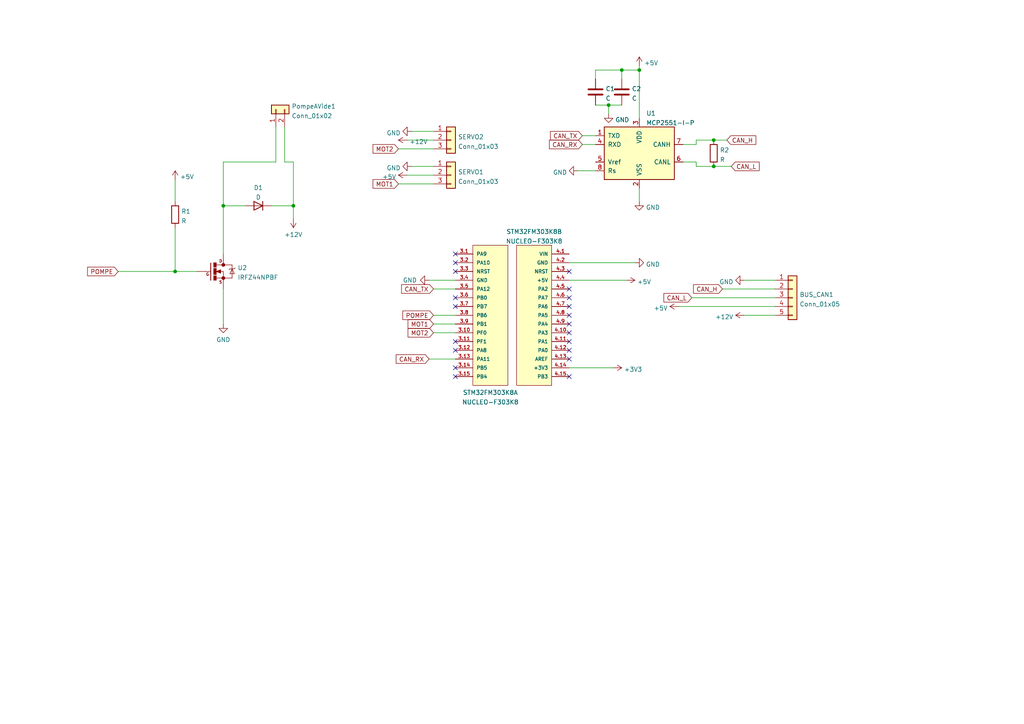
<source format=kicad_sch>
(kicad_sch (version 20211123) (generator eeschema)
  (paper "A4")
  (lib_symbols
    (symbol "Connector_Generic:Conn_01x02" (pin_names (offset 1.016) hide)
      (property "Reference" "J" (at 0 2.54 0))
      (property "Value" "Conn_01x02" (at 0 -5.08 0))
      (symbol "Conn_01x02_1_1"
        (rectangle (start -1.27 -2.413) (end 0 -2.667) (stroke (width 0.1524)))
        (rectangle (start -1.27 0.127) (end 0 -0.127) (stroke (width 0.1524)))
        (rectangle (start -1.27 1.27) (end 1.27 -3.81) (stroke (width 0.254)) (fill (type background)))
        (pin passive line (at -5.08 0 0) (length 3.81) (name "Pin_1") (number "1"))
        (pin passive line (at -5.08 -2.54 0) (length 3.81) (name "Pin_2") (number "2"))
      )
    )
    (symbol "Connector_Generic:Conn_01x03" (pin_names (offset 1.016) hide)
      (property "Reference" "J" (at 0 5.08 0))
      (property "Value" "Conn_01x03" (at 0 -5.08 0))
      (symbol "Conn_01x03_1_1"
        (rectangle (start -1.27 -2.413) (end 0 -2.667) (stroke (width 0.1524)))
        (rectangle (start -1.27 0.127) (end 0 -0.127) (stroke (width 0.1524)))
        (rectangle (start -1.27 2.667) (end 0 2.413) (stroke (width 0.1524)))
        (rectangle (start -1.27 3.81) (end 1.27 -3.81) (stroke (width 0.254)) (fill (type background)))
        (pin passive line (at -5.08 2.54 0) (length 3.81) (name "Pin_1") (number "1"))
        (pin passive line (at -5.08 0 0) (length 3.81) (name "Pin_2") (number "2"))
        (pin passive line (at -5.08 -2.54 0) (length 3.81) (name "Pin_3") (number "3"))
      )
    )
    (symbol "Connector_Generic:Conn_01x05" (pin_names (offset 1.016) hide)
      (property "Reference" "J" (at 0 7.62 0))
      (property "Value" "Conn_01x05" (at 0 -7.62 0))
      (symbol "Conn_01x05_1_1"
        (rectangle (start -1.27 -4.953) (end 0 -5.207) (stroke (width 0.1524)))
        (rectangle (start -1.27 -2.413) (end 0 -2.667) (stroke (width 0.1524)))
        (rectangle (start -1.27 0.127) (end 0 -0.127) (stroke (width 0.1524)))
        (rectangle (start -1.27 2.667) (end 0 2.413) (stroke (width 0.1524)))
        (rectangle (start -1.27 5.207) (end 0 4.953) (stroke (width 0.1524)))
        (rectangle (start -1.27 6.35) (end 1.27 -6.35) (stroke (width 0.254)) (fill (type background)))
        (pin passive line (at -5.08 5.08 0) (length 3.81) (name "Pin_1") (number "1"))
        (pin passive line (at -5.08 2.54 0) (length 3.81) (name "Pin_2") (number "2"))
        (pin passive line (at -5.08 0 0) (length 3.81) (name "Pin_3") (number "3"))
        (pin passive line (at -5.08 -2.54 0) (length 3.81) (name "Pin_4") (number "4"))
        (pin passive line (at -5.08 -5.08 0) (length 3.81) (name "Pin_5") (number "5"))
      )
    )
    (symbol "Device:C" (pin_numbers hide) (pin_names (offset 0.254))
      (property "Reference" "C" (at 0.635 2.54 0))
      (property "Value" "C" (at 0.635 -2.54 0))
      (symbol "C_0_1"
        (polyline (pts (xy -2.032 -0.762) (xy 2.032 -0.762)) (stroke (width 0.508)))
        (polyline (pts (xy -2.032 0.762) (xy 2.032 0.762)) (stroke (width 0.508)))
      )
      (symbol "C_1_1"
        (pin passive line (at 0 3.81 270) (length 2.794) (name "~") (number "1"))
        (pin passive line (at 0 -3.81 90) (length 2.794) (name "~") (number "2"))
      )
    )
    (symbol "Device:D" (pin_numbers hide) (pin_names (offset 1.016) hide)
      (property "Reference" "D" (at 0 2.54 0))
      (property "Value" "D" (at 0 -2.54 0))
      (symbol "D_0_1"
        (polyline (pts (xy -1.27 1.27) (xy -1.27 -1.27)) (stroke (width 0.254)))
        (polyline (pts (xy 1.27 0) (xy -1.27 0)))
        (polyline (pts (xy 1.27 1.27) (xy 1.27 -1.27) (xy -1.27 0) (xy 1.27 1.27)) (stroke (width 0.254)))
      )
      (symbol "D_1_1"
        (pin passive line (at -3.81 0 0) (length 2.54) (name "K") (number "1"))
        (pin passive line (at 3.81 0 180) (length 2.54) (name "A") (number "2"))
      )
    )
    (symbol "Device:R" (pin_numbers hide) (pin_names (offset 0))
      (property "Reference" "R" (at 2.032 0 90))
      (property "Value" "R" (at 0 0 90))
      (symbol "R_0_1"
        (rectangle (start -1.016 -2.54) (end 1.016 2.54) (stroke (width 0.254)))
      )
      (symbol "R_1_1"
        (pin passive line (at 0 3.81 270) (length 1.27) (name "~") (number "1"))
        (pin passive line (at 0 -3.81 90) (length 1.27) (name "~") (number "2"))
      )
    )
    (symbol "IRFZ44NPBF:IRFZ44NPBF" (pin_numbers hide) (pin_names (offset 1.016) hide)
      (property "Reference" "U" (at 5.08 2.54 0))
      (property "Value" "IRFZ44NPBF" (at 5.08 0 0))
      (symbol "IRFZ44NPBF_0_0"
        (rectangle (start -2.794 -2.54) (end -2.032 -1.27) (fill (type outline)))
        (rectangle (start -2.794 -0.889) (end -2.032 0.889) (fill (type outline)))
        (rectangle (start -2.794 1.27) (end -2.032 2.54) (fill (type outline)))
        (circle (center 0 -1.905) (radius 0.127) (stroke (width 0.4064)))
        (polyline (pts (xy -3.81 0) (xy -5.08 0)) (stroke (width 0.1524)))
        (polyline (pts (xy -3.6576 2.413) (xy -3.6576 -2.54)) (stroke (width 0.254)))
        (polyline (pts (xy -2.032 -1.905) (xy 0 -1.905)) (stroke (width 0.1524)))
        (polyline (pts (xy -2.032 0) (xy -0.762 -0.508)) (stroke (width 0.1524)))
        (polyline (pts (xy -1.778 0) (xy -0.889 -0.254)) (stroke (width 0.3048)))
        (polyline (pts (xy -0.889 -0.254) (xy -0.889 0)) (stroke (width 0.3048)))
        (polyline (pts (xy -0.889 0) (xy -1.143 0)) (stroke (width 0.3048)))
        (polyline (pts (xy -0.889 0) (xy 0 0)) (stroke (width 0.1524)))
        (polyline (pts (xy -0.889 0.254) (xy -1.778 0)) (stroke (width 0.3048)))
        (polyline (pts (xy -0.762 -0.508) (xy -0.762 0.508)) (stroke (width 0.1524)))
        (polyline (pts (xy -0.762 0.508) (xy -2.032 0)) (stroke (width 0.1524)))
        (polyline (pts (xy 0 -1.905) (xy 0 -2.54)) (stroke (width 0.1524)))
        (polyline (pts (xy 0 0) (xy 0 -1.905)) (stroke (width 0.1524)))
        (polyline (pts (xy 0 1.905) (xy -2.0066 1.905)) (stroke (width 0.1524)))
        (polyline (pts (xy 0 1.905) (xy 2.54 1.905)) (stroke (width 0.1524)))
        (polyline (pts (xy 0 2.54) (xy 0 1.905)) (stroke (width 0.1524)))
        (polyline (pts (xy 1.905 -0.635) (xy 3.175 -0.635)) (stroke (width 0.1524)))
        (polyline (pts (xy 1.905 0.762) (xy 1.651 0.508)) (stroke (width 0.1524)))
        (polyline (pts (xy 1.905 0.762) (xy 2.54 0.762)) (stroke (width 0.1524)))
        (polyline (pts (xy 2.54 -1.905) (xy 0 -1.905)) (stroke (width 0.1524)))
        (polyline (pts (xy 2.54 0.762) (xy 1.905 -0.635)) (stroke (width 0.1524)))
        (polyline (pts (xy 2.54 0.762) (xy 2.54 -1.905)) (stroke (width 0.1524)))
        (polyline (pts (xy 2.54 0.762) (xy 3.175 0.762)) (stroke (width 0.1524)))
        (polyline (pts (xy 2.54 1.905) (xy 2.54 0.762)) (stroke (width 0.1524)))
        (polyline (pts (xy 3.175 -0.635) (xy 2.54 0.762)) (stroke (width 0.1524)))
        (polyline (pts (xy 3.175 0.762) (xy 3.429 1.016)) (stroke (width 0.1524)))
        (circle (center 0 1.905) (radius 0.127) (stroke (width 0.4064)))
        (text "D" (at -1.27 2.54 0) (effects (font (size 0.8128 0.8128)) (justify left bottom)))
        (text "G" (at -5.08 -1.27 0) (effects (font (size 0.8128 0.8128)) (justify left bottom)))
        (text "S" (at -1.27 -3.556 0) (effects (font (size 0.8128 0.8128)) (justify left bottom)))
        (pin passive line (at -7.62 0 0) (length 2.54) (name "~") (number "1"))
        (pin passive line (at 0 5.08 270) (length 2.54) (name "~") (number "2"))
        (pin passive line (at 0 -5.08 90) (length 2.54) (name "~") (number "3"))
      )
    )
    (symbol "Interface_CAN_LIN:MCP2551-I-P" (pin_names (offset 1.016))
      (property "Reference" "U" (at -10.16 8.89 0))
      (property "Value" "MCP2551-I-P" (at 2.54 8.89 0))
      (symbol "MCP2551-I-P_0_1"
        (rectangle (start -10.16 7.62) (end 10.16 -7.62) (stroke (width 0.254)) (fill (type background)))
      )
      (symbol "MCP2551-I-P_1_1"
        (pin input line (at -12.7 5.08 0) (length 2.54) (name "TXD") (number "1"))
        (pin power_in line (at 0 -10.16 90) (length 2.54) (name "VSS") (number "2"))
        (pin power_in line (at 0 10.16 270) (length 2.54) (name "VDD") (number "3"))
        (pin output line (at -12.7 2.54 0) (length 2.54) (name "RXD") (number "4"))
        (pin power_out line (at -12.7 -2.54 0) (length 2.54) (name "Vref") (number "5"))
        (pin bidirectional line (at 12.7 -2.54 180) (length 2.54) (name "CANL") (number "6"))
        (pin bidirectional line (at 12.7 2.54 180) (length 2.54) (name "CANH") (number "7"))
        (pin input line (at -12.7 -5.08 0) (length 2.54) (name "Rs") (number "8"))
      )
    )
    (symbol "NUCLEO-F303K8:NUCLEO-F303K8" (pin_names (offset 1.016))
      (property "Reference" "A" (at -5.08 20.8534 0))
      (property "Value" "NUCLEO-F303K8" (at -5.08 -22.6314 0))
      (symbol "NUCLEO-F303K8_1_0"
        (rectangle (start -5.08 -20.32) (end 5.08 20.32) (stroke (width 0.1524)) (fill (type background)))
        (pin bidirectional line (at 10.16 17.78 180) (length 5.08) (name "PA9") (number "3.1"))
        (pin bidirectional line (at 10.16 -5.08 180) (length 5.08) (name "PF0") (number "3.10"))
        (pin bidirectional line (at 10.16 -7.62 180) (length 5.08) (name "PF1") (number "3.11"))
        (pin bidirectional line (at 10.16 -10.16 180) (length 5.08) (name "PA8") (number "3.12"))
        (pin bidirectional line (at 10.16 -12.7 180) (length 5.08) (name "PA11") (number "3.13"))
        (pin bidirectional line (at 10.16 -15.24 180) (length 5.08) (name "PB5") (number "3.14"))
        (pin bidirectional line (at 10.16 -17.78 180) (length 5.08) (name "PB4") (number "3.15"))
        (pin bidirectional line (at 10.16 15.24 180) (length 5.08) (name "PA10") (number "3.2"))
        (pin bidirectional line (at 10.16 12.7 180) (length 5.08) (name "NRST") (number "3.3"))
        (pin bidirectional line (at 10.16 10.16 180) (length 5.08) (name "GND") (number "3.4"))
        (pin bidirectional line (at 10.16 7.62 180) (length 5.08) (name "PA12") (number "3.5"))
        (pin bidirectional line (at 10.16 5.08 180) (length 5.08) (name "PB0") (number "3.6"))
        (pin bidirectional line (at 10.16 2.54 180) (length 5.08) (name "PB7") (number "3.7"))
        (pin bidirectional line (at 10.16 0 180) (length 5.08) (name "PB6") (number "3.8"))
        (pin bidirectional line (at 10.16 -2.54 180) (length 5.08) (name "PB1") (number "3.9"))
      )
      (symbol "NUCLEO-F303K8_2_0"
        (rectangle (start -5.08 -20.32) (end 5.08 20.32) (stroke (width 0.1524)) (fill (type background)))
        (pin bidirectional line (at 10.16 17.78 180) (length 5.08) (name "VIN") (number "4.1"))
        (pin bidirectional line (at 10.16 -5.08 180) (length 5.08) (name "PA3") (number "4.10"))
        (pin bidirectional line (at 10.16 -7.62 180) (length 5.08) (name "PA1") (number "4.11"))
        (pin bidirectional line (at 10.16 -10.16 180) (length 5.08) (name "PA0") (number "4.12"))
        (pin bidirectional line (at 10.16 -12.7 180) (length 5.08) (name "AREF") (number "4.13"))
        (pin bidirectional line (at 10.16 -15.24 180) (length 5.08) (name "+3V3") (number "4.14"))
        (pin bidirectional line (at 10.16 -17.78 180) (length 5.08) (name "PB3") (number "4.15"))
        (pin bidirectional line (at 10.16 15.24 180) (length 5.08) (name "GND") (number "4.2"))
        (pin bidirectional line (at 10.16 12.7 180) (length 5.08) (name "NRST") (number "4.3"))
        (pin bidirectional line (at 10.16 10.16 180) (length 5.08) (name "+5V") (number "4.4"))
        (pin bidirectional line (at 10.16 7.62 180) (length 5.08) (name "PA2") (number "4.5"))
        (pin bidirectional line (at 10.16 5.08 180) (length 5.08) (name "PA7") (number "4.6"))
        (pin bidirectional line (at 10.16 2.54 180) (length 5.08) (name "PA6") (number "4.7"))
        (pin bidirectional line (at 10.16 0 180) (length 5.08) (name "PA5") (number "4.8"))
        (pin bidirectional line (at 10.16 -2.54 180) (length 5.08) (name "PA4") (number "4.9"))
      )
    )
    (symbol "power:+12V" (power) (pin_names (offset 0))
      (property "Value" "+12V" (at 0 3.556 0))
      (symbol "+12V_0_1"
        (polyline (pts (xy -0.762 1.27) (xy 0 2.54)))
        (polyline (pts (xy 0 0) (xy 0 2.54)))
        (polyline (pts (xy 0 2.54) (xy 0.762 1.27)))
      )
      (symbol "+12V_1_1"
        (pin power_in line (at 0 0 90) (length 0) hide (name "+12V") (number "1"))
      )
    )
    (symbol "power:+3.3V" (power) (pin_names (offset 0))
      (property "Value" "+3.3V" (at 0 3.556 0))
      (symbol "+3.3V_0_1"
        (polyline (pts (xy -0.762 1.27) (xy 0 2.54)))
        (polyline (pts (xy 0 0) (xy 0 2.54)))
        (polyline (pts (xy 0 2.54) (xy 0.762 1.27)))
      )
      (symbol "+3.3V_1_1"
        (pin power_in line (at 0 0 90) (length 0) hide (name "+3V3") (number "1"))
      )
    )
    (symbol "power:+5V" (power) (pin_names (offset 0))
      (property "Value" "+5V" (at 0 3.556 0))
      (symbol "+5V_0_1"
        (polyline (pts (xy -0.762 1.27) (xy 0 2.54)))
        (polyline (pts (xy 0 0) (xy 0 2.54)))
        (polyline (pts (xy 0 2.54) (xy 0.762 1.27)))
      )
      (symbol "+5V_1_1"
        (pin power_in line (at 0 0 90) (length 0) hide (name "+5V") (number "1"))
      )
    )
    (symbol "power:GND" (power) (pin_names (offset 0))
      (property "Value" "GND" (at 0 -3.81 0))
      (symbol "GND_0_1"
        (polyline (pts (xy 0 0) (xy 0 -1.27) (xy 1.27 -1.27) (xy 0 -2.54) (xy -1.27 -1.27) (xy 0 -1.27)))
      )
      (symbol "GND_1_1"
        (pin power_in line (at 0 0 270) (length 0) hide (name "GND") (number "1"))
      )
    )
  )
  (junction (at 185.42 20.32))
  (junction (at 207.01 48.26))
  (junction (at 50.8 78.74))
  (junction (at 180.34 20.32))
  (junction (at 64.77 59.69))
  (junction (at 85.09 59.69))
  (junction (at 207.01 40.64))
  (junction (at 176.53 30.48))
  (no_connect (at 165.1 83.82))
  (no_connect (at 165.1 86.36))
  (no_connect (at 132.08 99.06))
  (no_connect (at 132.08 101.6))
  (no_connect (at 132.08 86.36))
  (no_connect (at 132.08 76.2))
  (no_connect (at 132.08 73.66))
  (no_connect (at 132.08 78.74))
  (no_connect (at 132.08 88.9))
  (no_connect (at 132.08 106.68))
  (no_connect (at 132.08 109.22))
  (no_connect (at 165.1 88.9))
  (no_connect (at 165.1 91.44))
  (no_connect (at 165.1 93.98))
  (no_connect (at 165.1 96.52))
  (no_connect (at 165.1 99.06))
  (no_connect (at 165.1 101.6))
  (no_connect (at 165.1 78.74))
  (no_connect (at 165.1 104.14))
  (no_connect (at 165.1 109.22))
  (wire (pts (xy 34.29 78.74) (xy 50.8 78.74)))
  (wire (pts (xy 167.64 49.53) (xy 172.72 49.53)))
  (wire (pts (xy 125.73 91.44) (xy 132.08 91.44)))
  (wire (pts (xy 64.77 83.82) (xy 64.77 93.98)))
  (wire (pts (xy 172.72 30.48) (xy 176.53 30.48)))
  (wire (pts (xy 85.09 46.99) (xy 85.09 59.69)))
  (wire (pts (xy 78.74 59.69) (xy 85.09 59.69)))
  (wire (pts (xy 224.79 83.82) (xy 209.55 83.82)))
  (wire (pts (xy 180.34 20.32) (xy 185.42 20.32)))
  (wire (pts (xy 124.46 104.14) (xy 132.08 104.14)))
  (wire (pts (xy 201.93 40.64) (xy 207.01 40.64)))
  (wire (pts (xy 118.11 50.8) (xy 125.73 50.8)))
  (wire (pts (xy 165.1 81.28) (xy 181.61 81.28)))
  (wire (pts (xy 165.1 106.68) (xy 177.8 106.68)))
  (wire (pts (xy 64.77 59.69) (xy 71.12 59.69)))
  (wire (pts (xy 64.77 59.69) (xy 64.77 73.66)))
  (wire (pts (xy 198.12 46.99) (xy 201.93 46.99)))
  (wire (pts (xy 185.42 19.05) (xy 185.42 20.32)))
  (wire (pts (xy 207.01 40.64) (xy 210.82 40.64)))
  (wire (pts (xy 172.72 22.86) (xy 172.72 20.32)))
  (wire (pts (xy 168.91 41.91) (xy 172.72 41.91)))
  (wire (pts (xy 125.73 93.98) (xy 132.08 93.98)))
  (wire (pts (xy 185.42 20.32) (xy 185.42 34.29)))
  (wire (pts (xy 115.57 43.18) (xy 125.73 43.18)))
  (wire (pts (xy 125.73 96.52) (xy 132.08 96.52)))
  (wire (pts (xy 207.01 48.26) (xy 212.09 48.26)))
  (wire (pts (xy 185.42 54.61) (xy 185.42 58.42)))
  (wire (pts (xy 196.85 88.9) (xy 224.79 88.9)))
  (wire (pts (xy 172.72 20.32) (xy 180.34 20.32)))
  (wire (pts (xy 50.8 78.74) (xy 57.15 78.74)))
  (wire (pts (xy 119.38 48.26) (xy 125.73 48.26)))
  (wire (pts (xy 201.93 41.91) (xy 201.93 40.64)))
  (wire (pts (xy 82.55 46.99) (xy 85.09 46.99)))
  (wire (pts (xy 64.77 59.69) (xy 64.77 46.99)))
  (wire (pts (xy 82.55 36.83) (xy 82.55 46.99)))
  (wire (pts (xy 215.9 91.44) (xy 224.79 91.44)))
  (wire (pts (xy 118.11 40.64) (xy 125.73 40.64)))
  (wire (pts (xy 198.12 41.91) (xy 201.93 41.91)))
  (wire (pts (xy 200.66 86.36) (xy 224.79 86.36)))
  (wire (pts (xy 50.8 52.07) (xy 50.8 58.42)))
  (wire (pts (xy 125.73 83.82) (xy 132.08 83.82)))
  (wire (pts (xy 50.8 66.04) (xy 50.8 78.74)))
  (wire (pts (xy 201.93 48.26) (xy 207.01 48.26)))
  (wire (pts (xy 168.91 39.37) (xy 172.72 39.37)))
  (wire (pts (xy 165.1 76.2) (xy 184.15 76.2)))
  (wire (pts (xy 115.57 53.34) (xy 125.73 53.34)))
  (wire (pts (xy 80.01 36.83) (xy 80.01 46.99)))
  (wire (pts (xy 215.9 81.28) (xy 224.79 81.28)))
  (wire (pts (xy 124.46 81.28) (xy 132.08 81.28)))
  (wire (pts (xy 176.53 30.48) (xy 176.53 33.02)))
  (wire (pts (xy 119.38 38.1) (xy 125.73 38.1)))
  (wire (pts (xy 176.53 30.48) (xy 180.34 30.48)))
  (wire (pts (xy 85.09 59.69) (xy 85.09 63.5)))
  (wire (pts (xy 64.77 46.99) (xy 80.01 46.99)))
  (wire (pts (xy 201.93 46.99) (xy 201.93 48.26)))
  (wire (pts (xy 180.34 22.86) (xy 180.34 20.32)))
  (global_label "CAN_RX" (shape input) (at 124.46 104.14 180) (property "Intersheet References" "${INTERSHEET_REFS}" (effects hide)))
  (global_label "MOT1" (shape input) (at 115.57 53.34 180) (property "Intersheet References" "${INTERSHEET_REFS}" (effects hide)))
  (global_label "POMPE" (shape input) (at 125.73 91.44 180) (property "Intersheet References" "${INTERSHEET_REFS}" (effects hide)))
  (global_label "MOT2" (shape input) (at 125.73 96.52 180) (property "Intersheet References" "${INTERSHEET_REFS}" (effects hide)))
  (global_label "MOT2" (shape input) (at 115.57 43.18 180) (property "Intersheet References" "${INTERSHEET_REFS}" (effects hide)))
  (global_label "CAN_L" (shape input) (at 212.09 48.26 0) (property "Intersheet References" "${INTERSHEET_REFS}" (effects hide)))
  (global_label "CAN_TX" (shape input) (at 168.91 39.37 180) (property "Intersheet References" "${INTERSHEET_REFS}" (effects hide)))
  (global_label "CAN_L" (shape input) (at 200.66 86.36 180) (property "Intersheet References" "${INTERSHEET_REFS}" (effects hide)))
  (global_label "CAN_H" (shape input) (at 209.55 83.82 180) (property "Intersheet References" "${INTERSHEET_REFS}" (effects hide)))
  (global_label "MOT1" (shape input) (at 125.73 93.98 180) (property "Intersheet References" "${INTERSHEET_REFS}" (effects hide)))
  (global_label "CAN_RX" (shape input) (at 168.91 41.91 180) (property "Intersheet References" "${INTERSHEET_REFS}" (effects hide)))
  (global_label "POMPE" (shape input) (at 34.29 78.74 180) (property "Intersheet References" "${INTERSHEET_REFS}" (effects hide)))
  (global_label "CAN_H" (shape input) (at 210.82 40.64 0) (property "Intersheet References" "${INTERSHEET_REFS}" (effects hide)))
  (global_label "CAN_TX" (shape input) (at 125.73 83.82 180) (property "Intersheet References" "${INTERSHEET_REFS}" (effects hide)))
  (symbol (lib_id "power:GND") (at 119.38 38.1 270) (unit 1)
    (property "Reference" "#PWR0102" (effects hide))
    (property "Value" "GND" (at 116.2051 38.579 90) (effects (justify right)))
  )
  (symbol (lib_id "Interface_CAN_LIN:MCP2551-I-P") (at 185.42 44.45 0) (unit 1)
    (property "Reference" "U1" (at 187.4394 32.8635 0) (effects (justify left)))
    (property "Value" "MCP2551-I-P" (at 187.4394 35.6386 0) (effects (justify left)))
    (property "Footprint" "Package_DIP:DIP-8_W7.62mm" (effects hide))
    (property "Datasheet" "http://ww1.microchip.com/downloads/en/devicedoc/21667d.pdf" (effects hide))
  )
  (symbol (lib_id "power:+5V") (at 185.42 19.05 0) (unit 1)
    (property "Reference" "#PWR0116" (effects hide))
    (property "Value" "+5V" (at 186.817 18.259 0) (effects (justify left)))
  )
  (symbol (lib_id "power:+5V") (at 196.85 88.9 90) (mirror x) (unit 1)
    (property "Reference" "#PWR0118" (effects hide))
    (property "Value" "+5V" (at 193.6751 89.379 90) (effects (justify left)))
  )
  (symbol (lib_id "power:GND") (at 215.9 81.28 270) (unit 1)
    (property "Reference" "#PWR0108" (effects hide))
    (property "Value" "GND" (at 212.7251 81.759 90) (effects (justify right)))
  )
  (symbol (lib_id "NUCLEO-F303K8:NUCLEO-F303K8") (at 154.94 91.44 0) (unit 2)
    (property "Reference" "STM32FM303K8" (at 154.94 67.2043 0))
    (property "Value" "NUCLEO-F303K8" (at 154.94 69.9794 0))
    (property "Footprint" "MODULE_NUCLEO-F303K8" (effects hide))
    (property "MANUFACTURER" "ST Microelectronics" (effects hide))
    (property "STANDARD" "Manufacturer rEcommendation" (effects hide))
    (property "PARTREV" "3" (effects hide))
  )
  (symbol (lib_id "IRFZ44NPBF:IRFZ44NPBF") (at 64.77 78.74 0) (unit 1)
    (property "Reference" "U2" (at 68.9102 77.6852 0) (effects (justify left)))
    (property "Value" "IRFZ44NPBF" (at 68.9102 80.4603 0) (effects (justify left)))
    (property "Footprint" "Package_TO_SOT_THT:TO-220-3_Horizontal_TabDown" (effects hide))
  )
  (symbol (lib_id "Device:C") (at 180.34 26.67 0) (unit 1)
    (property "Reference" "C2" (at 183.261 25.7615 0) (effects (justify left)))
    (property "Value" "C" (at 183.261 28.5366 0) (effects (justify left)))
    (property "Footprint" "Capacitor_SMD:C_1206_3216Metric" (effects hide))
  )
  (symbol (lib_id "NUCLEO-F303K8:NUCLEO-F303K8") (at 142.24 91.44 0) (mirror y) (unit 1)
    (property "Reference" "STM32FM303K8" (at 142.24 113.8587 0))
    (property "Value" "NUCLEO-F303K8" (at 142.24 116.6338 0))
    (property "Footprint" "MODULE_NUCLEO-F303K8" (effects hide))
    (property "MANUFACTURER" "ST Microelectronics" (effects hide))
    (property "STANDARD" "Manufacturer rEcommendation" (effects hide))
    (property "PARTREV" "3" (effects hide))
  )
  (symbol (lib_id "power:+12V") (at 118.11 40.64 90) (unit 1)
    (property "Reference" "#PWR0101" (effects hide))
    (property "Value" "+12V" (at 118.745 41.119 90) (effects (justify right)))
  )
  (symbol (lib_id "Connector_Generic:Conn_01x03") (at 130.81 40.64 0) (unit 1)
    (property "Reference" "SERVO2" (at 132.842 39.7315 0) (effects (justify left)))
    (property "Value" "Conn_01x03" (at 132.842 42.5066 0) (effects (justify left)))
    (property "Footprint" "Connector_JST:JST_PH_B3B-PH-K_1x03_P2.00mm_Vertical" (effects hide))
  )
  (symbol (lib_id "power:GND") (at 176.53 33.02 0) (unit 1)
    (property "Reference" "#PWR0109" (effects hide))
    (property "Value" "GND" (at 178.435 34.769 0) (effects (justify left)))
  )
  (symbol (lib_id "power:+5V") (at 118.11 50.8 90) (unit 1)
    (property "Reference" "#PWR0111" (effects hide))
    (property "Value" "+5V" (at 114.9351 51.279 90) (effects (justify left)))
  )
  (symbol (lib_id "Connector_Generic:Conn_01x02") (at 80.01 31.75 90) (unit 1)
    (property "Reference" "PompeAVide1" (at 84.582 30.8415 90) (effects (justify right)))
    (property "Value" "Conn_01x02" (at 84.582 33.6166 90) (effects (justify right)))
    (property "Footprint" "Connector_PinSocket_2.00mm:PinSocket_1x02_P2.00mm_Vertical" (effects hide))
  )
  (symbol (lib_id "power:+12V") (at 215.9 91.44 90) (mirror x) (unit 1)
    (property "Reference" "#PWR0115" (effects hide))
    (property "Value" "+12V" (at 212.725 91.919 90) (effects (justify left)))
  )
  (symbol (lib_id "power:GND") (at 64.77 93.98 0) (unit 1)
    (property "Reference" "#PWR0112" (effects hide))
    (property "Value" "GND" (at 64.77 98.5425 0))
  )
  (symbol (lib_id "Device:C") (at 172.72 26.67 0) (unit 1)
    (property "Reference" "C1" (at 175.641 25.7615 0) (effects (justify left)))
    (property "Value" "C" (at 175.641 28.5366 0) (effects (justify left)))
    (property "Footprint" "Capacitor_SMD:C_1206_3216Metric" (effects hide))
  )
  (symbol (lib_id "power:GND") (at 124.46 81.28 270) (mirror x) (unit 1)
    (property "Reference" "#PWR0110" (effects hide))
    (property "Value" "GND" (at 116.84 81.28 90) (effects (justify left)))
  )
  (symbol (lib_id "power:+5V") (at 181.61 81.28 270) (unit 1)
    (property "Reference" "#PWR0106" (effects hide))
    (property "Value" "+5V" (at 184.785 81.759 90) (effects (justify left)))
  )
  (symbol (lib_id "Device:D") (at 74.93 59.69 0) (mirror y) (unit 1)
    (property "Reference" "D1" (at 74.93 54.4535 0))
    (property "Value" "D" (at 74.93 57.2286 0))
    (property "Footprint" "Diode_THT:D_A-405_P12.70mm_Horizontal" (effects hide))
  )
  (symbol (lib_id "Connector_Generic:Conn_01x03") (at 130.81 50.8 0) (unit 1)
    (property "Reference" "SERVO1" (at 132.842 49.8915 0) (effects (justify left)))
    (property "Value" "Conn_01x03" (at 132.842 52.6666 0) (effects (justify left)))
    (property "Footprint" "Connector_JST:JST_PH_B3B-PH-K_1x03_P2.00mm_Vertical" (effects hide))
  )
  (symbol (lib_id "power:+5V") (at 50.8 52.07 0) (unit 1)
    (property "Reference" "#PWR0117" (effects hide))
    (property "Value" "+5V" (at 52.197 51.279 0) (effects (justify left)))
  )
  (symbol (lib_id "power:GND") (at 185.42 58.42 0) (unit 1)
    (property "Reference" "#PWR0107" (effects hide))
    (property "Value" "GND" (at 187.325 60.169 0) (effects (justify left)))
  )
  (symbol (lib_id "power:GND") (at 167.64 49.53 270) (unit 1)
    (property "Reference" "#PWR0114" (effects hide))
    (property "Value" "GND" (at 164.4651 50.009 90) (effects (justify right)))
  )
  (symbol (lib_id "power:GND") (at 119.38 48.26 270) (unit 1)
    (property "Reference" "#PWR0103" (effects hide))
    (property "Value" "GND" (at 116.2051 48.739 90) (effects (justify right)))
  )
  (symbol (lib_id "power:+3.3V") (at 177.8 106.68 270) (unit 1)
    (property "Reference" "#PWR0104" (effects hide))
    (property "Value" "+3.3V" (at 180.975 107.159 90) (effects (justify left)))
  )
  (symbol (lib_id "power:GND") (at 184.15 76.2 90) (unit 1)
    (property "Reference" "#PWR0105" (effects hide))
    (property "Value" "GND" (at 187.325 76.679 90) (effects (justify right)))
  )
  (symbol (lib_id "Device:R") (at 207.01 44.45 0) (unit 1)
    (property "Reference" "R2" (at 208.788 43.5415 0) (effects (justify left)))
    (property "Value" "R" (at 208.788 46.3166 0) (effects (justify left)))
    (property "Footprint" "Resistor_THT:R_Axial_DIN0309_L9.0mm_D3.2mm_P12.70mm_Horizontal" (effects hide))
  )
  (symbol (lib_id "power:+12V") (at 85.09 63.5 180) (unit 1)
    (property "Reference" "#PWR0113" (effects hide))
    (property "Value" "+12V" (at 85.09 68.0625 0))
  )
  (symbol (lib_id "Device:R") (at 50.8 62.23 0) (unit 1)
    (property "Reference" "R1" (at 52.578 61.3215 0) (effects (justify left)))
    (property "Value" "R" (at 52.578 64.0966 0) (effects (justify left)))
    (property "Footprint" "Resistor_THT:R_Axial_DIN0207_L6.3mm_D2.5mm_P15.24mm_Horizontal" (effects hide))
  )
  (symbol (lib_id "Connector_Generic:Conn_01x05") (at 229.87 86.36 0) (unit 1)
    (property "Reference" "BUS_CAN1" (at 231.902 85.4515 0) (effects (justify left)))
    (property "Value" "Conn_01x05" (at 231.902 88.2266 0) (effects (justify left)))
    (property "Footprint" "Connector_JST:JST_PH_B5B-PH-K_1x05_P2.00mm_Vertical" (effects hide))
  )
)
</source>
